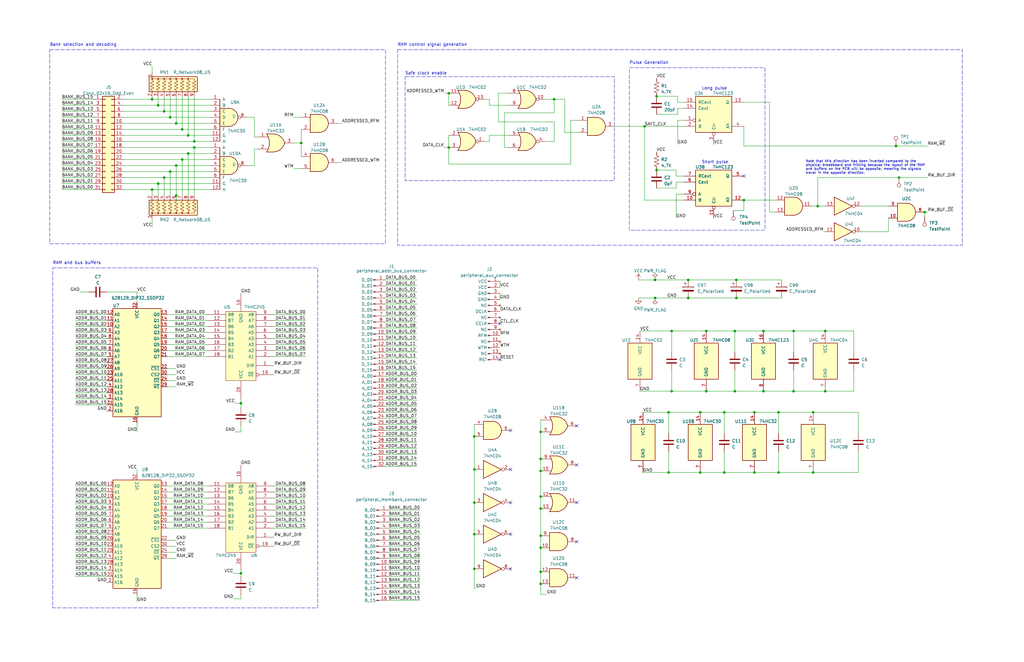
<source format=kicad_sch>
(kicad_sch (version 20230121) (generator eeschema)
  (paper "B")
  (bus_alias "BANK_BUS" (members "BANK_BUS_00" "BANK_BUS_01" "BANK_BUS_02" "BANK_BUS_03" "BANK_BUS_04" "BANK_BUS_05" "BANK_BUS_06" "BANK_BUS_07" "BANK_BUS_08" "BANK_BUS_09" "BANK_BUS_10" "BANK_BUS_11" "BANK_BUS_12" "BANK_BUS_13" "BANK_BUS_14" "BANK_BUS_15"))
  (bus_alias "ADDR_BUS" (members "ADDR_BUS_00" "ADDR_BUS_01" "ADDR_BUS_02" "ADDR_BUS_03" "ADDR_BUS_04" "ADDR_BUS_05" "ADDR_BUS_06" "ADDR_BUS_07" "ADDR_BUS_08" "ADDR_BUS_09" "ADDR_BUS_10" "ADDR_BUS_11" "ADDR_BUS_12" "ADDR_BUS_13" "ADDR_BUS_14" "ADDR_BUS_15"))
  (bus_alias "DATA_BUS" (members "DATA_BUS_00" "DATA_BUS_01" "DATA_BUS_02" "DATA_BUS_03" "DATA_BUS_04" "DATA_BUS_05" "DATA_BUS_06" "DATA_BUS_07" "DATA_BUS_08" "DATA_BUS_09" "DATA_BUS_10" "DATA_BUS_11" "DATA_BUS_12" "DATA_BUS_13" "DATA_BUS_14" "DATA_BUS_15"))
  (junction (at 69.215 74.93))
  (junction (at 189.23 39.37))
  (junction (at 310.515 125.73))
  (junction (at 81.915 59.69))
  (junction (at 334.645 139.7))
  (junction (at 283.21 139.7))
  (junction (at 290.195 118.11))
  (junction (at 227.965 182.245))
  (junction (at 379.095 74.93))
  (junction (at 200.025 240.03))
  (junction (at 71.755 72.39))
  (junction (at 227.965 241.3))
  (junction (at 76.835 67.31))
  (junction (at 71.755 49.53))
  (junction (at 283.21 165.1))
  (junction (at 321.945 165.1))
  (junction (at 342.9 173.99))
  (junction (at 389.89 89.535))
  (junction (at 328.295 199.39))
  (junction (at 101.6 170.18))
  (junction (at 297.815 139.7))
  (junction (at 74.295 69.85))
  (junction (at 309.88 165.1))
  (junction (at 310.515 118.11))
  (junction (at 276.86 71.755))
  (junction (at 313.69 84.455))
  (junction (at 227.965 198.755))
  (junction (at 305.435 199.39))
  (junction (at 64.135 80.01))
  (junction (at 200.025 212.09))
  (junction (at 276.86 40.64))
  (junction (at 64.135 41.91))
  (junction (at 276.225 125.73))
  (junction (at 227.965 246.38))
  (junction (at 377.825 61.595))
  (junction (at 328.295 173.99))
  (junction (at 309.88 139.7))
  (junction (at 233.68 41.91))
  (junction (at 347.98 139.7))
  (junction (at 227.965 209.55))
  (junction (at 66.675 77.47))
  (junction (at 344.805 86.995))
  (junction (at 318.135 173.99))
  (junction (at 334.645 165.1))
  (junction (at 79.375 64.77))
  (junction (at 295.275 173.99))
  (junction (at 281.94 199.39))
  (junction (at 189.23 62.23))
  (junction (at 76.835 54.61))
  (junction (at 227.965 193.675))
  (junction (at 281.94 173.99))
  (junction (at 318.135 199.39))
  (junction (at 227.965 214.63))
  (junction (at 74.295 52.07))
  (junction (at 200.025 198.12))
  (junction (at 81.915 62.23))
  (junction (at 101.6 241.935))
  (junction (at 69.215 46.99))
  (junction (at 227.965 231.14))
  (junction (at 79.375 57.15))
  (junction (at 290.195 125.73))
  (junction (at 227.965 226.06))
  (junction (at 74.295 82.55))
  (junction (at 127 60.325))
  (junction (at 297.815 165.1))
  (junction (at 66.675 44.45))
  (junction (at 347.98 165.1))
  (junction (at 321.945 139.7))
  (junction (at 200.025 225.425))
  (junction (at 342.9 199.39))
  (junction (at 295.275 199.39))
  (junction (at 305.435 173.99))
  (junction (at 271.78 53.34))
  (junction (at 276.225 118.11))
  (junction (at 200.025 184.15))
  (no_connect (at 313.69 74.295))
  (no_connect (at 243.205 243.84))
  (no_connect (at 215.265 212.09))
  (no_connect (at 215.265 225.425))
  (no_connect (at 243.205 196.215))
  (no_connect (at 210.82 136.525))
  (no_connect (at 243.205 179.705))
  (no_connect (at 215.265 198.12))
  (no_connect (at 215.265 181.61))
  (no_connect (at 243.205 212.09))
  (no_connect (at 210.82 151.765))
  (no_connect (at 243.205 228.6))
  (no_connect (at 215.265 240.03))
  (wire (pts (xy 79.375 64.77) (xy 79.375 82.55)))
  (wire (pts (xy 288.29 81.915) (xy 285.115 81.915)))
  (wire (pts (xy 163.83 238.125) (xy 177.165 238.125)))
  (wire (pts (xy 26.035 64.77) (xy 39.37 64.77)))
  (wire (pts (xy 52.07 41.91) (xy 64.135 41.91)))
  (wire (pts (xy 227.965 209.55) (xy 227.965 214.63)))
  (wire (pts (xy 204.47 41.91) (xy 206.375 41.91)))
  (wire (pts (xy 361.95 199.39) (xy 342.9 199.39)))
  (wire (pts (xy 305.435 199.39) (xy 295.275 199.39)))
  (wire (pts (xy 288.29 50.8) (xy 285.75 50.8)))
  (wire (pts (xy 128.905 210.185) (xy 115.57 210.185)))
  (wire (pts (xy 128.905 132.715) (xy 115.57 132.715)))
  (wire (pts (xy 276.86 48.26) (xy 285.75 48.26)))
  (wire (pts (xy 45.085 225.425) (xy 31.75 225.425)))
  (wire (pts (xy 76.835 40.64) (xy 76.835 54.61)))
  (wire (pts (xy 128.905 140.335) (xy 115.57 140.335)))
  (wire (pts (xy 206.375 44.45) (xy 214.63 44.45)))
  (wire (pts (xy 227.965 226.06) (xy 227.965 231.14)))
  (wire (pts (xy 45.085 155.575) (xy 31.75 155.575)))
  (wire (pts (xy 70.485 215.265) (xy 87.63 215.265)))
  (wire (pts (xy 227.965 250.825) (xy 230.505 250.825)))
  (wire (pts (xy 64.135 80.01) (xy 88.9 80.01)))
  (wire (pts (xy 70.485 212.725) (xy 87.63 212.725)))
  (wire (pts (xy 163.83 220.345) (xy 177.165 220.345)))
  (wire (pts (xy 162.56 130.81) (xy 175.895 130.81)))
  (wire (pts (xy 210.82 118.745) (xy 210.82 121.285)))
  (wire (pts (xy 271.145 199.39) (xy 281.94 199.39)))
  (wire (pts (xy 70.485 233.045) (xy 74.295 233.045)))
  (wire (pts (xy 162.56 176.53) (xy 175.895 176.53)))
  (wire (pts (xy 313.69 61.595) (xy 313.69 53.34)))
  (wire (pts (xy 70.485 135.255) (xy 87.63 135.255)))
  (wire (pts (xy 162.56 143.51) (xy 175.895 143.51)))
  (wire (pts (xy 200.025 240.03) (xy 200.025 248.285)))
  (wire (pts (xy 128.905 215.265) (xy 115.57 215.265)))
  (wire (pts (xy 229.87 59.69) (xy 233.68 59.69)))
  (wire (pts (xy 283.21 139.7) (xy 297.815 139.7)))
  (wire (pts (xy 206.375 41.91) (xy 206.375 44.45)))
  (wire (pts (xy 70.485 230.505) (xy 74.295 230.505)))
  (wire (pts (xy 334.645 156.21) (xy 334.645 165.1)))
  (wire (pts (xy 238.125 41.91) (xy 238.125 55.88)))
  (wire (pts (xy 69.215 40.64) (xy 69.215 46.99)))
  (wire (pts (xy 108.585 62.865) (xy 107.315 62.865)))
  (wire (pts (xy 281.94 190.5) (xy 281.94 199.39)))
  (wire (pts (xy 285.75 50.8) (xy 285.75 60.96)))
  (wire (pts (xy 127 60.325) (xy 127 66.04)))
  (wire (pts (xy 52.07 46.99) (xy 69.215 46.99)))
  (wire (pts (xy 391.16 61.595) (xy 377.825 61.595)))
  (wire (pts (xy 81.915 62.23) (xy 81.915 82.55)))
  (wire (pts (xy 163.83 243.205) (xy 177.165 243.205)))
  (wire (pts (xy 66.675 77.47) (xy 66.675 82.55)))
  (wire (pts (xy 162.56 179.07) (xy 175.895 179.07)))
  (wire (pts (xy 45.085 137.795) (xy 31.75 137.795)))
  (wire (pts (xy 31.75 205.105) (xy 45.085 205.105)))
  (wire (pts (xy 45.085 150.495) (xy 31.75 150.495)))
  (wire (pts (xy 321.945 139.7) (xy 334.645 139.7)))
  (wire (pts (xy 45.085 142.875) (xy 31.75 142.875)))
  (wire (pts (xy 305.435 190.5) (xy 305.435 199.39)))
  (wire (pts (xy 360.045 165.1) (xy 360.045 156.21)))
  (wire (pts (xy 70.485 155.575) (xy 74.295 155.575)))
  (wire (pts (xy 163.83 240.665) (xy 177.165 240.665)))
  (wire (pts (xy 233.68 59.69) (xy 233.68 51.435)))
  (wire (pts (xy 162.56 138.43) (xy 175.895 138.43)))
  (wire (pts (xy 310.515 125.73) (xy 329.565 125.73)))
  (wire (pts (xy 334.645 139.7) (xy 347.98 139.7)))
  (wire (pts (xy 107.315 69.85) (xy 104.14 69.85)))
  (wire (pts (xy 259.08 53.34) (xy 271.78 53.34)))
  (wire (pts (xy 45.085 238.125) (xy 31.75 238.125)))
  (wire (pts (xy 162.56 163.83) (xy 175.895 163.83)))
  (wire (pts (xy 269.24 118.11) (xy 276.225 118.11)))
  (wire (pts (xy 74.295 40.64) (xy 74.295 52.07)))
  (wire (pts (xy 269.875 165.1) (xy 283.21 165.1)))
  (wire (pts (xy 297.815 165.1) (xy 309.88 165.1)))
  (wire (pts (xy 162.56 194.31) (xy 175.895 194.31)))
  (wire (pts (xy 45.085 168.275) (xy 31.75 168.275)))
  (wire (pts (xy 52.07 49.53) (xy 71.755 49.53)))
  (wire (pts (xy 233.68 47.625) (xy 212.725 47.625)))
  (wire (pts (xy 200.025 184.15) (xy 200.025 198.12)))
  (wire (pts (xy 281.94 199.39) (xy 295.275 199.39)))
  (wire (pts (xy 310.515 118.11) (xy 329.565 118.11)))
  (wire (pts (xy 98.425 241.935) (xy 101.6 241.935)))
  (wire (pts (xy 101.6 182.245) (xy 99.06 182.245)))
  (wire (pts (xy 26.035 54.61) (xy 39.37 54.61)))
  (wire (pts (xy 57.785 123.19) (xy 45.085 123.19)))
  (wire (pts (xy 70.485 217.805) (xy 87.63 217.805)))
  (wire (pts (xy 204.47 59.69) (xy 206.375 59.69)))
  (wire (pts (xy 76.835 54.61) (xy 88.9 54.61)))
  (wire (pts (xy 200.025 179.07) (xy 200.025 184.15)))
  (wire (pts (xy 162.56 184.15) (xy 175.895 184.15)))
  (wire (pts (xy 128.905 147.955) (xy 115.57 147.955)))
  (wire (pts (xy 163.83 222.885) (xy 177.165 222.885)))
  (wire (pts (xy 101.6 170.18) (xy 101.6 168.275)))
  (wire (pts (xy 162.56 189.23) (xy 175.895 189.23)))
  (wire (pts (xy 162.56 146.05) (xy 175.895 146.05)))
  (wire (pts (xy 163.83 215.265) (xy 177.165 215.265)))
  (wire (pts (xy 363.22 97.79) (xy 374.65 97.79)))
  (wire (pts (xy 69.215 74.93) (xy 88.9 74.93)))
  (wire (pts (xy 64.135 80.01) (xy 64.135 82.55)))
  (wire (pts (xy 64.135 92.71) (xy 64.135 95.885)))
  (wire (pts (xy 70.485 142.875) (xy 87.63 142.875)))
  (wire (pts (xy 128.905 145.415) (xy 115.57 145.415)))
  (wire (pts (xy 324.485 89.535) (xy 327.025 89.535)))
  (wire (pts (xy 313.69 88.9) (xy 313.69 84.455)))
  (wire (pts (xy 200.025 198.12) (xy 200.025 212.09)))
  (wire (pts (xy 26.035 62.23) (xy 39.37 62.23)))
  (wire (pts (xy 334.645 139.7) (xy 334.645 148.59)))
  (wire (pts (xy 344.805 86.995) (xy 347.98 86.995)))
  (wire (pts (xy 33.655 123.19) (xy 37.465 123.19)))
  (wire (pts (xy 360.045 139.7) (xy 347.98 139.7)))
  (wire (pts (xy 321.945 165.1) (xy 334.645 165.1)))
  (wire (pts (xy 101.6 170.18) (xy 101.6 172.085)))
  (wire (pts (xy 81.915 40.64) (xy 81.915 59.69)))
  (wire (pts (xy 74.295 85.09) (xy 74.295 82.55)))
  (wire (pts (xy 189.23 69.215) (xy 240.665 69.215)))
  (wire (pts (xy 313.69 43.18) (xy 324.485 43.18)))
  (wire (pts (xy 70.485 210.185) (xy 87.63 210.185)))
  (wire (pts (xy 26.035 52.07) (xy 39.37 52.07)))
  (wire (pts (xy 52.07 69.85) (xy 74.295 69.85)))
  (wire (pts (xy 233.68 41.91) (xy 238.125 41.91)))
  (wire (pts (xy 101.6 241.935) (xy 101.6 243.205)))
  (wire (pts (xy 342.9 199.39) (xy 328.295 199.39)))
  (wire (pts (xy 189.23 39.37) (xy 189.23 44.45)))
  (wire (pts (xy 389.89 89.535) (xy 391.16 89.535)))
  (wire (pts (xy 229.87 41.91) (xy 233.68 41.91)))
  (wire (pts (xy 104.14 49.53) (xy 107.315 49.53)))
  (wire (pts (xy 288.29 84.455) (xy 271.78 84.455)))
  (wire (pts (xy 66.675 77.47) (xy 52.07 77.47)))
  (wire (pts (xy 162.56 118.11) (xy 175.895 118.11)))
  (wire (pts (xy 271.145 173.99) (xy 281.94 173.99)))
  (wire (pts (xy 227.965 182.245) (xy 227.965 193.675)))
  (wire (pts (xy 276.86 79.375) (xy 285.115 79.375)))
  (wire (pts (xy 283.21 156.21) (xy 283.21 165.1)))
  (wire (pts (xy 305.435 173.99) (xy 318.135 173.99)))
  (wire (pts (xy 163.83 245.745) (xy 177.165 245.745)))
  (wire (pts (xy 57.785 127.635) (xy 57.785 123.19)))
  (wire (pts (xy 309.245 88.9) (xy 313.69 88.9)))
  (wire (pts (xy 363.22 86.995) (xy 374.65 86.995)))
  (wire (pts (xy 163.83 233.045) (xy 177.165 233.045)))
  (wire (pts (xy 377.825 61.595) (xy 313.69 61.595)))
  (wire (pts (xy 328.295 173.99) (xy 342.9 173.99)))
  (wire (pts (xy 71.755 49.53) (xy 88.9 49.53)))
  (wire (pts (xy 26.035 80.01) (xy 39.37 80.01)))
  (wire (pts (xy 128.905 207.645) (xy 115.57 207.645)))
  (wire (pts (xy 26.035 49.53) (xy 39.37 49.53)))
  (wire (pts (xy 107.315 57.785) (xy 108.585 57.785)))
  (wire (pts (xy 189.23 57.15) (xy 189.23 62.23)))
  (wire (pts (xy 52.07 44.45) (xy 66.675 44.45)))
  (wire (pts (xy 70.485 132.715) (xy 87.63 132.715)))
  (wire (pts (xy 52.07 54.61) (xy 76.835 54.61)))
  (wire (pts (xy 128.905 137.795) (xy 115.57 137.795)))
  (wire (pts (xy 162.56 120.65) (xy 175.895 120.65)))
  (wire (pts (xy 162.56 166.37) (xy 175.895 166.37)))
  (wire (pts (xy 328.295 190.5) (xy 328.295 199.39)))
  (wire (pts (xy 66.675 44.45) (xy 88.9 44.45)))
  (wire (pts (xy 142.24 68.58) (xy 144.145 68.58)))
  (wire (pts (xy 45.085 145.415) (xy 31.75 145.415)))
  (wire (pts (xy 70.485 235.585) (xy 74.295 235.585)))
  (wire (pts (xy 52.07 59.69) (xy 81.915 59.69)))
  (wire (pts (xy 70.485 147.955) (xy 87.63 147.955)))
  (wire (pts (xy 162.56 171.45) (xy 175.895 171.45)))
  (wire (pts (xy 101.6 179.705) (xy 101.6 182.245)))
  (wire (pts (xy 52.07 62.23) (xy 81.915 62.23)))
  (wire (pts (xy 71.755 72.39) (xy 88.9 72.39)))
  (wire (pts (xy 45.085 165.735) (xy 31.75 165.735)))
  (wire (pts (xy 283.21 139.7) (xy 283.21 148.59)))
  (wire (pts (xy 26.035 44.45) (xy 39.37 44.45)))
  (wire (pts (xy 70.485 140.335) (xy 87.63 140.335)))
  (wire (pts (xy 162.56 156.21) (xy 175.895 156.21)))
  (wire (pts (xy 347.98 165.1) (xy 360.045 165.1)))
  (wire (pts (xy 71.755 40.64) (xy 71.755 49.53)))
  (wire (pts (xy 66.675 40.64) (xy 66.675 44.45)))
  (wire (pts (xy 52.07 74.93) (xy 69.215 74.93)))
  (wire (pts (xy 276.225 125.73) (xy 290.195 125.73)))
  (wire (pts (xy 281.94 173.99) (xy 281.94 182.88)))
  (wire (pts (xy 70.485 145.415) (xy 87.63 145.415)))
  (wire (pts (xy 227.965 214.63) (xy 227.965 226.06)))
  (wire (pts (xy 123.825 49.53) (xy 127 49.53)))
  (wire (pts (xy 379.095 74.93) (xy 391.16 74.93)))
  (wire (pts (xy 45.085 207.645) (xy 31.75 207.645)))
  (wire (pts (xy 162.56 158.75) (xy 175.895 158.75)))
  (wire (pts (xy 285.115 79.375) (xy 285.115 76.835)))
  (wire (pts (xy 162.56 151.13) (xy 175.895 151.13)))
  (wire (pts (xy 26.035 67.31) (xy 39.37 67.31)))
  (wire (pts (xy 281.94 173.99) (xy 295.275 173.99)))
  (wire (pts (xy 283.21 165.1) (xy 297.815 165.1)))
  (wire (pts (xy 276.225 118.11) (xy 290.195 118.11)))
  (wire (pts (xy 57.785 250.825) (xy 57.785 254)))
  (wire (pts (xy 123.825 60.325) (xy 127 60.325)))
  (wire (pts (xy 26.035 77.47) (xy 39.37 77.47)))
  (wire (pts (xy 162.56 123.19) (xy 175.895 123.19)))
  (wire (pts (xy 128.905 217.805) (xy 115.57 217.805)))
  (wire (pts (xy 45.085 227.965) (xy 31.75 227.965)))
  (wire (pts (xy 210.185 39.37) (xy 214.63 39.37)))
  (wire (pts (xy 212.725 47.625) (xy 212.725 62.23)))
  (wire (pts (xy 45.085 153.035) (xy 31.75 153.035)))
  (wire (pts (xy 69.215 74.93) (xy 69.215 82.55)))
  (wire (pts (xy 238.125 55.88) (xy 243.84 55.88)))
  (wire (pts (xy 200.025 225.425) (xy 200.025 240.03)))
  (wire (pts (xy 334.645 165.1) (xy 347.98 165.1)))
  (wire (pts (xy 45.085 147.955) (xy 31.75 147.955)))
  (wire (pts (xy 361.95 190.5) (xy 361.95 199.39)))
  (wire (pts (xy 288.29 74.295) (xy 285.115 74.295)))
  (wire (pts (xy 374.65 97.79) (xy 374.65 92.075)))
  (wire (pts (xy 324.485 43.18) (xy 324.485 89.535)))
  (wire (pts (xy 74.295 69.85) (xy 88.9 69.85)))
  (wire (pts (xy 233.68 41.91) (xy 233.68 47.625)))
  (wire (pts (xy 26.035 46.99) (xy 39.37 46.99)))
  (wire (pts (xy 233.68 51.435) (xy 210.185 51.435)))
  (wire (pts (xy 210.82 123.825) (xy 210.82 126.365)))
  (wire (pts (xy 52.07 52.07) (xy 74.295 52.07)))
  (wire (pts (xy 128.905 150.495) (xy 115.57 150.495)))
  (wire (pts (xy 285.115 81.915) (xy 285.115 92.075)))
  (wire (pts (xy 123.825 71.12) (xy 127 71.12)))
  (wire (pts (xy 389.89 89.535) (xy 389.89 91.44)))
  (wire (pts (xy 69.215 46.99) (xy 88.9 46.99)))
  (wire (pts (xy 98.425 252.73) (xy 101.6 252.73)))
  (wire (pts (xy 45.085 170.815) (xy 31.75 170.815)))
  (wire (pts (xy 318.135 173.99) (xy 328.295 173.99)))
  (wire (pts (xy 70.485 222.885) (xy 87.63 222.885)))
  (wire (pts (xy 162.56 161.29) (xy 175.895 161.29)))
  (wire (pts (xy 79.375 64.77) (xy 88.9 64.77)))
  (wire (pts (xy 45.085 217.805) (xy 31.75 217.805)))
  (wire (pts (xy 45.085 163.195) (xy 31.75 163.195)))
  (wire (pts (xy 187.325 62.23) (xy 189.23 62.23)))
  (wire (pts (xy 206.375 59.69) (xy 206.375 57.15)))
  (wire (pts (xy 74.295 52.07) (xy 88.9 52.07)))
  (wire (pts (xy 227.965 246.38) (xy 227.965 250.825)))
  (wire (pts (xy 285.115 76.835) (xy 288.29 76.835)))
  (wire (pts (xy 285.115 74.295) (xy 285.115 71.755)))
  (wire (pts (xy 57.785 198.12) (xy 57.785 200.025)))
  (wire (pts (xy 101.6 252.73) (xy 101.6 250.825)))
  (wire (pts (xy 45.085 220.345) (xy 31.75 220.345)))
  (wire (pts (xy 45.085 215.265) (xy 31.75 215.265)))
  (wire (pts (xy 212.725 62.23) (xy 214.63 62.23)))
  (wire (pts (xy 128.905 135.255) (xy 115.57 135.255)))
  (wire (pts (xy 288.29 43.18) (xy 285.75 43.18)))
  (wire (pts (xy 45.085 135.255) (xy 31.75 135.255)))
  (wire (pts (xy 45.085 160.655) (xy 31.75 160.655)))
  (wire (pts (xy 88.9 77.47) (xy 66.675 77.47)))
  (wire (pts (xy 189.23 62.23) (xy 189.23 69.215)))
  (wire (pts (xy 64.135 27.94) (xy 64.135 30.48)))
  (wire (pts (xy 162.56 140.97) (xy 175.895 140.97)))
  (wire (pts (xy 271.78 84.455) (xy 271.78 53.34)))
  (wire (pts (xy 127 60.325) (xy 127 54.61)))
  (wire (pts (xy 74.295 69.85) (xy 74.295 82.55)))
  (wire (pts (xy 45.085 210.185) (xy 31.75 210.185)))
  (wire (pts (xy 285.115 71.755) (xy 276.86 71.755)))
  (wire (pts (xy 128.905 212.725) (xy 115.57 212.725)))
  (wire (pts (xy 70.485 158.115) (xy 74.295 158.115)))
  (wire (pts (xy 107.315 49.53) (xy 107.315 57.785)))
  (wire (pts (xy 128.905 142.875) (xy 115.57 142.875)))
  (wire (pts (xy 26.035 59.69) (xy 39.37 59.69)))
  (wire (pts (xy 128.905 220.345) (xy 115.57 220.345)))
  (wire (pts (xy 162.56 191.77) (xy 175.895 191.77)))
  (wire (pts (xy 163.83 230.505) (xy 177.165 230.505)))
  (wire (pts (xy 290.195 118.11) (xy 310.515 118.11)))
  (wire (pts (xy 26.035 69.85) (xy 39.37 69.85)))
  (wire (pts (xy 162.56 148.59) (xy 175.895 148.59)))
  (wire (pts (xy 309.88 139.7) (xy 309.88 148.59)))
  (wire (pts (xy 309.88 139.7) (xy 321.945 139.7)))
  (wire (pts (xy 128.905 222.885) (xy 115.57 222.885)))
  (wire (pts (xy 318.135 199.39) (xy 305.435 199.39)))
  (wire (pts (xy 70.485 207.645) (xy 87.63 207.645)))
  (wire (pts (xy 76.835 67.31) (xy 76.835 82.55)))
  (wire (pts (xy 276.86 40.64) (xy 285.75 40.64)))
  (wire (pts (xy 70.485 163.195) (xy 74.295 163.195)))
  (wire (pts (xy 162.56 168.91) (xy 175.895 168.91)))
  (wire (pts (xy 79.375 40.64) (xy 79.375 57.15)))
  (wire (pts (xy 81.915 62.23) (xy 88.9 62.23)))
  (wire (pts (xy 200.025 212.09) (xy 200.025 225.425)))
  (wire (pts (xy 162.56 153.67) (xy 175.895 153.67)))
  (wire (pts (xy 227.965 241.3) (xy 227.965 246.38)))
  (wire (pts (xy 70.485 160.655) (xy 74.295 160.655)))
  (wire (pts (xy 162.56 128.27) (xy 175.895 128.27)))
  (wire (pts (xy 162.56 186.69) (xy 175.895 186.69)))
  (wire (pts (xy 57.785 178.435) (xy 57.785 182.245)))
  (wire (pts (xy 285.75 48.26) (xy 285.75 45.72)))
  (wire (pts (xy 347.98 97.79) (xy 347.345 97.79)))
  (wire (pts (xy 45.085 240.665) (xy 31.75 240.665)))
  (wire (pts (xy 45.085 140.335) (xy 31.75 140.335)))
  (wire (pts (xy 64.135 40.64) (xy 64.135 41.91)))
  (wire (pts (xy 328.295 199.39) (xy 318.135 199.39)))
  (wire (pts (xy 163.83 250.825) (xy 177.165 250.825)))
  (wire (pts (xy 328.295 173.99) (xy 328.295 182.88)))
  (wire (pts (xy 26.035 41.91) (xy 39.37 41.91)))
  (wire (pts (xy 45.085 222.885) (xy 31.75 222.885)))
  (wire (pts (xy 64.135 41.91) (xy 88.9 41.91)))
  (wire (pts (xy 162.56 196.85) (xy 175.895 196.85)))
  (wire (pts (xy 163.83 248.285) (xy 177.165 248.285)))
  (wire (pts (xy 210.185 51.435) (xy 210.185 39.37)))
  (wire (pts (xy 107.315 62.865) (xy 107.315 69.85)))
  (wire (pts (xy 290.195 125.73) (xy 310.515 125.73)))
  (wire (pts (xy 227.965 231.14) (xy 227.965 241.3)))
  (wire (pts (xy 26.035 74.93) (xy 39.37 74.93)))
  (wire (pts (xy 52.07 80.01) (xy 64.135 80.01)))
  (wire (pts (xy 76.835 67.31) (xy 88.9 67.31)))
  (wire (pts (xy 45.085 233.045) (xy 31.75 233.045)))
  (wire (pts (xy 70.485 137.795) (xy 87.63 137.795)))
  (wire (pts (xy 45.085 235.585) (xy 31.75 235.585)))
  (wire (pts (xy 70.485 205.105) (xy 87.63 205.105)))
  (wire (pts (xy 162.56 135.89) (xy 175.895 135.89)))
  (wire (pts (xy 163.83 227.965) (xy 177.165 227.965)))
  (wire (pts (xy 361.95 173.99) (xy 361.95 182.88)))
  (wire (pts (xy 227.965 198.755) (xy 227.965 209.55)))
  (wire (pts (xy 162.56 181.61) (xy 175.895 181.61)))
  (wire (pts (xy 70.485 220.345) (xy 87.63 220.345)))
  (wire (pts (xy 45.085 230.505) (xy 31.75 230.505)))
  (wire (pts (xy 163.83 225.425) (xy 177.165 225.425)))
  (wire (pts (xy 313.69 84.455) (xy 327.025 84.455)))
  (wire (pts (xy 128.905 205.105) (xy 115.57 205.105)))
  (wire (pts (xy 163.83 217.805) (xy 177.165 217.805)))
  (wire (pts (xy 295.275 173.99) (xy 305.435 173.99)))
  (wire (pts (xy 45.085 212.725) (xy 31.75 212.725)))
  (wire (pts (xy 240.665 50.8) (xy 243.84 50.8)))
  (wire (pts (xy 81.915 59.69) (xy 88.9 59.69)))
  (wire (pts (xy 26.035 72.39) (xy 39.37 72.39)))
  (wire (pts (xy 285.75 45.72) (xy 288.29 45.72)))
  (wire (pts (xy 227.965 193.675) (xy 227.965 198.755)))
  (wire (pts (xy 162.56 125.73) (xy 175.895 125.73)))
  (wire (pts (xy 163.83 235.585) (xy 177.165 235.585)))
  (wire (pts (xy 45.085 158.115) (xy 31.75 158.115)))
  (wire (pts (xy 227.965 177.165) (xy 227.965 182.245)))
  (wire (pts (xy 52.07 67.31) (xy 76.835 67.31)))
  (wire (pts (xy 342.9 173.99) (xy 361.95 173.99)))
  (wire (pts (xy 162.56 173.99) (xy 175.895 173.99)))
  (wire (pts (xy 99.06 170.18) (xy 101.6 170.18)))
  (wire (pts (xy 31.75 132.715) (xy 45.085 132.715)))
  (wire (pts (xy 142.24 52.07) (xy 144.145 52.07)))
  (wire (pts (xy 187.325 39.37) (xy 189.23 39.37)))
  (wire (pts (xy 70.485 150.495) (xy 87.63 150.495)))
  (wire (pts (xy 45.085 243.205) (xy 31.75 243.205)))
  (wire (pts (xy 52.07 64.77) (xy 79.375 64.77)))
  (wire (pts (xy 206.375 57.15) (xy 214.63 57.15)))
  (wire (pts (xy 52.07 72.39) (xy 71.755 72.39)))
  (wire (pts (xy 162.56 133.35) (xy 175.895 133.35)))
  (wire (pts (xy 309.88 156.21) (xy 309.88 165.1)))
  (wire (pts (xy 269.24 125.73) (xy 276.225 125.73)))
  (wire (pts (xy 297.815 139.7) (xy 309.88 139.7)))
  (wire (pts (xy 344.805 74.93) (xy 344.805 86.995)))
  (wire (pts (xy 271.78 53.34) (xy 288.29 53.34)))
  (wire (pts (xy 309.88 165.1) (xy 321.945 165.1)))
  (wire (pts (xy 79.375 57.15) (xy 88.9 57.15)))
  (wire (pts (xy 52.07 57.15) (xy 79.375 57.15)))
  (wire (pts (xy 360.045 148.59) (xy 360.045 139.7)))
  (wire (pts (xy 285.75 43.18) (xy 285.75 40.64)))
  (wire (pts (xy 163.83 253.365) (xy 177.165 253.365)))
  (wire (pts (xy 71.755 72.39) (xy 71.755 82.55)))
  (wire (pts (xy 240.665 69.215) (xy 240.665 50.8)))
  (wire (pts (xy 305.435 173.99) (xy 305.435 182.88)))
  (wire (pts (xy 269.875 139.7) (xy 283.21 139.7)))
  (wire (pts (xy 70.485 227.965) (xy 74.295 227.965)))
  (wire (pts (xy 26.035 57.15) (xy 39.37 57.15)))
  (wire (pts (xy 344.805 86.995) (xy 342.265 86.995)))
  (wire (pts (xy 200.025 248.285) (xy 200.66 248.285)))
  (wire (pts (xy 344.805 74.93) (xy 379.095 74.93)))
  (wire (pts (xy 101.6 240.665) (xy 101.6 241.935)))
  (rectangle (start 20.955 20.955) (end 162.56 102.87) (stroke (width 0) (type dash)))
  (rectangle (start 22.225 113.03) (end 133.985 256.54) (stroke (width 0) (type dash)))
  (rectangle (start 167.64 20.955) (end 405.765 103.505) (stroke (width 0) (type dash)))
  (rectangle (start 170.815 32.385) (end 259.08 76.2) (stroke (width 0) (type dash)))
  (rectangle (start 265.43 28.575) (end 322.58 97.155) (stroke (width 0) (type dash)))
  (text "Note that this direction has been inverted compared to the\nphysical breadboard and fritzing because the layout of the RAM\nand buffers on the PCB will be opposite, meaning the signals\ntravel in the opposite direction." (at 339.725 73.66 0) (effects (font (size 1.016 1.016)) (justify left bottom)))
  (text "RAM control signal generation" (at 167.64 19.685 0) (effects (font (size 1.27 1.27)) (justify left bottom)))
  (text "Safe clock enable" (at 170.815 31.75 0) (effects (font (size 1.27 1.27)) (justify left bottom)))
  (text "Short pulse" (at 295.91 69.215 0) (effects (font (size 1.27 1.27)) (justify left bottom)))
  (text "Pulse Generation" (at 265.43 27.305 0) (effects (font (size 1.27 1.27)) (justify left bottom)))
  (text "Bank selection and decoding" (at 20.955 19.685 0) (effects (font (size 1.27 1.27)) (justify left bottom)))
  (text "Long pulse" (at 295.91 38.1 0) (effects (font (size 1.27 1.27)) (justify left bottom)))
  (text "RAM and bus buffers" (at 22.225 111.76 0) (effects (font (size 1.27 1.27)) (justify left bottom)))
  (label "RAM_DATA_08" (at 73.025 205.105 0))
  (label "BANK_BUS_07" (at 26.035 62.23 0))
  (label "BANK_BUS_11" (at 163.83 243.205 0))
  (label "VCC" (at 64.135 95.885 180))
  (label "BANK_BUS_00" (at 163.83 215.265 0))
  (label "ADDR_BUS_08" (at 162.56 179.07 0))
  (label "BANK_BUS_09" (at 163.83 238.125 0))
  (label "BANK_BUS_15" (at 26.035 41.91 0))
  (label "BANK_BUS_04" (at 163.83 225.425 0))
  (label "DATA_BUS_00" (at 162.56 118.11 0))
  (label "DATA_BUS_10" (at 128.905 210.185 180))
  (label "GND" (at 33.655 123.19 180))
  (label "ADDR_BUS_10" (at 45.085 158.115 180))
  (label "DATA_BUS_08" (at 128.905 205.105 180))
  (label "WTM" (at 123.825 71.12 180))
  (label "ADDR_BUS_03" (at 162.56 166.37 0))
  (label "DATA_BUS_03" (at 128.905 140.335 180))
  (label "BANK_BUS_15" (at 163.83 253.365 0))
  (label "ADDRESSED_WTM" (at 187.325 39.37 180))
  (label "ADDR_BUS_01" (at 45.085 207.645 180))
  (label "RESET" (at 210.82 151.765 0))
  (label "RFM" (at 123.825 49.53 180))
  (label "RAM_DATA_09" (at 73.025 207.645 0))
  (label "DATA_BUS_06" (at 162.56 133.35 0))
  (label "RAM_DATA_13" (at 73.025 217.805 0))
  (label "DATA_BUS_02" (at 162.56 123.19 0))
  (label "ADDR_BUS_07" (at 45.085 150.495 180))
  (label "DATA_BUS_03" (at 162.56 125.73 0))
  (label "RAM_DATA_12" (at 73.025 215.265 0))
  (label "DATA_BUS_01" (at 128.905 135.255 180))
  (label "DATA_CLK" (at 210.82 131.445 0))
  (label "ADDR_BUS_07" (at 162.56 176.53 0))
  (label "DATA_BUS_04" (at 162.56 128.27 0))
  (label "ADDR_BUS_11" (at 45.085 233.045 180))
  (label "DATA_BUS_12" (at 128.905 215.265 180))
  (label "RAM_DATA_14" (at 73.025 220.345 0))
  (label "GND" (at 45.085 245.745 180))
  (label "ADDR_BUS_07" (at 45.085 222.885 180))
  (label "ADDR_BUS_01" (at 45.085 135.255 180))
  (label "ADDR_BUS_15" (at 162.56 196.85 0))
  (label "BANK_BUS_11" (at 26.035 52.07 0))
  (label "ADDR_BUS_11" (at 45.085 160.655 180))
  (label "BANK_BUS_07" (at 163.83 233.045 0))
  (label "DATA_BUS_07" (at 128.905 150.495 180))
  (label "DATA_BUS_13" (at 162.56 151.13 0))
  (label "ADDR_BUS_00" (at 31.75 132.715 0))
  (label "DATA_BUS_09" (at 162.56 140.97 0))
  (label "ADDR_BUS_15" (at 45.085 243.205 180))
  (label "BANK_BUS_10" (at 163.83 240.665 0))
  (label "VCC" (at 300.99 92.075 0))
  (label "ADDR_BUS_05" (at 45.085 145.415 180))
  (label "ADDR_BUS_04" (at 45.085 215.265 180))
  (label "DATA_CLK" (at 187.325 62.23 180))
  (label "DATA_BUS_04" (at 128.905 142.875 180))
  (label "BANK_BUS_05" (at 163.83 227.965 0))
  (label "ADDRESSED_RFM" (at 347.345 97.79 180))
  (label "DATA_BUS_10" (at 162.56 143.51 0))
  (label "RAM_DATA_04" (at 73.66 142.875 0))
  (label "VCC" (at 57.785 123.19 0))
  (label "BANK_BUS_06" (at 163.83 230.505 0))
  (label "ADDR_BUS_13" (at 45.085 238.125 180))
  (label "ADDR_BUS_02" (at 45.085 137.795 180))
  (label "ADDR_BUS_14" (at 45.085 240.665 180))
  (label "ADDR_BUS_09" (at 45.085 227.965 180))
  (label "GND" (at 74.295 233.045 0))
  (label "DATA_BUS_05" (at 128.905 145.415 180))
  (label "VCC" (at 99.06 170.18 180))
  (label "DATA_BUS_08" (at 162.56 138.43 0))
  (label "ADDR_BUS_03" (at 45.085 140.335 180))
  (label "VCC" (at 281.305 118.11 0))
  (label "BANK_BUS_14" (at 163.83 250.825 0))
  (label "RW_BUF_~{OE}" (at 115.57 230.505 0))
  (label "RAM_DATA_07" (at 73.66 150.495 0))
  (label "RAM_~{WE}" (at 391.16 61.595 0))
  (label "GND" (at 45.085 173.355 180))
  (label "ADDR_BUS_13" (at 45.085 165.735 180))
  (label "DATA_BUS_01" (at 162.56 120.65 0))
  (label "GND" (at 285.115 92.075 0))
  (label "RAM_DATA_01" (at 73.66 135.255 0))
  (label "ADDR_BUS_00" (at 162.56 158.75 0))
  (label "RAM_DATA_06" (at 73.66 147.955 0))
  (label "DATA_BUS_06" (at 128.905 147.955 180))
  (label "GND" (at 230.505 250.825 0))
  (label "ADDR_BUS_00" (at 31.75 205.105 0))
  (label "VCC" (at 98.425 241.935 180))
  (label "ADDR_BUS_10" (at 45.085 230.505 180))
  (label "GND" (at 101.6 123.825 0))
  (label "GND" (at 200.66 248.285 0))
  (label "VCC" (at 300.99 60.96 0))
  (label "BANK_BUS_12" (at 163.83 245.745 0))
  (label "GND" (at 74.295 227.965 0))
  (label "DATA_BUS_12" (at 162.56 148.59 0))
  (label "ADDR_BUS_02" (at 162.56 163.83 0))
  (label "VCC" (at 271.145 173.99 0))
  (label "ADDR_BUS_13" (at 162.56 191.77 0))
  (label "BANK_BUS_08" (at 163.83 235.585 0))
  (label "ADDR_BUS_14" (at 45.085 168.275 180))
  (label "GND" (at 99.06 182.245 180))
  (label "RAM_DATA_15" (at 73.025 222.885 0))
  (label "DATA_BUS_15" (at 128.905 222.885 180))
  (label "CTL_CLK" (at 210.82 136.525 0))
  (label "DATA_BUS_09" (at 128.905 207.645 180))
  (label "ADDR_BUS_03" (at 45.085 212.725 180))
  (label "RAM_~{WE}" (at 74.295 235.585 0))
  (label "ADDR_BUS_11" (at 162.56 186.69 0))
  (label "BANK_BUS_00" (at 26.035 80.01 0))
  (label "BANK_BUS_02" (at 163.83 220.345 0))
  (label "BANK_BUS_06" (at 26.035 64.77 0))
  (label "BANK_BUS_08" (at 26.035 59.69 0))
  (label "GND" (at 281.305 125.73 0))
  (label "WTM" (at 210.82 146.685 0))
  (label "BANK_BUS_02" (at 26.035 74.93 0))
  (label "ADDR_BUS_12" (at 45.085 163.195 180))
  (label "RAM_DATA_03" (at 73.66 140.335 0))
  (label "ADDR_BUS_04" (at 45.085 142.875 180))
  (label "RW_BUF_DIR" (at 391.16 74.93 0))
  (label "RAM_DATA_00" (at 73.66 132.715 0))
  (label "BANK_BUS_01" (at 163.83 217.805 0))
  (label "GND" (at 57.785 254 0))
  (label "VCC" (at 57.785 198.12 180))
  (label "RAM_DATA_10" (at 73.025 210.185 0))
  (label "ADDR_BUS_12" (at 162.56 189.23 0))
  (label "VCC" (at 64.135 27.94 180))
  (label "SAFE_CLK" (at 271.78 53.34 0))
  (label "VCC" (at 276.86 33.02 0))
  (label "BANK_BUS_03" (at 26.035 72.39 0))
  (label "VCC" (at 74.295 158.115 0))
  (label "GND" (at 57.785 182.245 180))
  (label "GND" (at 98.425 252.73 180))
  (label "ADDR_BUS_15" (at 45.085 170.815 180))
  (label "ADDR_BUS_06" (at 162.56 173.99 0))
  (label "ADDR_BUS_06" (at 45.085 147.955 180))
  (label "DATA_BUS_11" (at 162.56 146.05 0))
  (label "ADDR_BUS_08" (at 45.085 153.035 180))
  (label "DATA_BUS_05" (at 162.56 130.81 0))
  (label "VCC" (at 74.295 230.505 0))
  (label "BANK_BUS_12" (at 26.035 49.53 0))
  (label "GND" (at 285.75 60.96 0))
  (label "RFM" (at 210.82 141.605 0))
  (label "BANK_BUS_03" (at 163.83 222.885 0))
  (label "ADDR_BUS_10" (at 162.56 184.15 0))
  (label "GND" (at 271.145 199.39 0))
  (label "BANK_BUS_13" (at 163.83 248.285 0))
  (label "VCC" (at 276.86 64.135 0))
  (label "BANK_BUS_04" (at 26.035 69.85 0))
  (label "ADDRESSED_RFM" (at 144.145 52.07 0))
  (label "ADDR_BUS_14" (at 162.56 194.31 0))
  (label "ADDR_BUS_09" (at 162.56 181.61 0))
  (label "GND" (at 74.295 160.655 0))
  (label "ADDR_BUS_12" (at 45.085 235.585 180))
  (label "ADDR_BUS_05" (at 162.56 171.45 0))
  (label "BANK_BUS_13" (at 26.035 46.99 0))
  (label "VCC" (at 210.82 121.285 0))
  (label "RW_BUF_~{OE}" (at 391.16 89.535 0))
  (label "DATA_BUS_02" (at 128.905 137.795 180))
  (label "DATA_BUS_14" (at 162.56 153.67 0))
  (label "BANK_BUS_10" (at 26.035 54.61 0))
  (label "GND" (at 269.875 165.1 0))
  (label "BANK_BUS_05" (at 26.035 67.31 0))
  (label "ADDR_BUS_06" (at 45.085 220.345 180))
  (label "DATA_BUS_13" (at 128.905 217.805 180))
  (label "RAM_DATA_02" (at 73.66 137.795 0))
  (label "BANK_BUS_09" (at 26.035 57.15 0))
  (label "DATA_BUS_00" (at 128.905 132.715 180))
  (label "ADDR_BUS_04" (at 162.56 168.91 0))
  (label "DATA_BUS_11" (at 128.905 212.725 180))
  (label "RW_BUF_DIR" (at 115.57 154.305 0))
  (label "ADDR_BUS_02" (at 45.085 210.185 180))
  (label "RAM_~{WE}" (at 74.295 163.195 0))
  (label "GND" (at 74.295 155.575 0))
  (label "RAM_DATA_11" (at 73.025 212.725 0))
  (label "DATA_BUS_15" (at 162.56 156.21 0))
  (label "VCC" (at 269.875 139.7 0))
  (label "RW_BUF_~{OE}" (at 115.57 158.115 0))
  (label "RAM_DATA_05" (at 73.66 145.415 0))
  (label "RW_BUF_DIR" (at 115.57 226.695 0))
  (label "BANK_BUS_01" (at 26.035 77.47 0))
  (label "ADDRESSED_WTM" (at 144.145 68.58 0))
  (label "ADDR_BUS_08" (at 45.085 225.425 180))
  (label "GND" (at 210.82 126.365 0))
  (label "GND" (at 101.6 196.215 0))
  (label "DATA_BUS_07" (at 162.56 135.89 0))
  (label "ADDR_BUS_09" (at 45.085 155.575 180))
  (label "BANK_BUS_14" (at 26.035 44.45 0))
  (label "ADDR_BUS_01" (at 162.56 161.29 0))
  (label "ADDR_BUS_05" (at 45.085 217.805 180))
  (label "DATA_BUS_14" (at 128.905 220.345 180))
  (symbol (lib_id "sixteen-bit-computer:74HC30") (at 96.52 69.85 0) (unit 1)
    (property "Reference" "U10" (at 99.06 64.77 0))
    (property "Value" "74HC30" (at 100.33 76.2 0))
    (property "Footprint" "Package_DIP:DIP-14_W7.62mm_Socket" (effects hide))
    (property "Datasheet" "https://www.ti.com/lit/ds/symlink/cd74hc30.pdf" (effects hide))
  )
  (symbol (lib_id "sixteen-bit-computer:74HC08") (at 382.27 89.535 0) (unit 3)
    (property "Reference" "U2" (at 382.27 83.82 0))
    (property "Value" "74HC08" (at 382.27 95.25 0))
    (property "Footprint" "Package_DIP:DIP-14_W7.62mm_Socket" (effects hide))
    (property "Datasheet" "https://www.ti.com/lit/ds/symlink/sn74hc08.pdf" (effects hide))
  )
  (symbol (lib_id "Device:C") (at 328.295 186.69 0) (unit 1)
    (property "Reference" "C12" (at 331.47 186.055 0) (effects (justify left)))
    (property "Value" "C" (at 331.47 188.595 0) (effects (justify left)))
    (property "Footprint" "Capacitor_THT:C_Disc_D5.0mm_W2.5mm_P5.00mm" (effects hide))
  )
  (symbol (lib_id "sixteen-bit-computer:74HC30") (at 295.275 186.69 0) (unit 2)
    (property "Reference" "U10" (at 287.655 177.8 0) (effects (justify left)))
    (property "Value" "74HC30" (at 296.545 177.8 0) (effects (justify left)))
    (property "Footprint" "Package_DIP:DIP-14_W7.62mm_Socket" (effects hide))
    (property "Datasheet" "https://www.ti.com/lit/ds/symlink/cd74hc30.pdf" (effects hide))
  )
  (symbol (lib_id "sixteen-bit-computer:74HC32") (at 116.205 60.325 0) (unit 1)
    (property "Reference" "U11" (at 116.205 52.705 0))
    (property "Value" "74HC32" (at 116.205 55.245 0))
    (property "Footprint" "Package_DIP:DIP-14_W7.62mm_Socket" (effects hide))
    (property "Datasheet" "http://www.ti.com/lit/gpn/sn74LS32" (effects hide))
  )
  (symbol (lib_id "Device:C") (at 276.86 44.45 180) (unit 1)
    (property "Reference" "C1" (at 280.035 43.815 0) (effects (justify right)))
    (property "Value" "20pF" (at 280.035 46.355 0) (effects (justify right)))
    (property "Footprint" "Capacitor_THT:C_Disc_D5.0mm_W2.5mm_P5.00mm" (effects hide))
  )
  (symbol (lib_id "Device:C_Polarized") (at 290.195 121.92 0) (unit 1)
    (property "Reference" "C97" (at 294.005 120.396 0) (effects (justify left)))
    (property "Value" "C_Polarized" (at 294.005 122.936 0) (effects (justify left)))
    (property "Footprint" "Capacitor_THT:CP_Radial_D6.3mm_P2.50mm" (effects hide))
  )
  (symbol (lib_id "sixteen-bit-computer:74HC30") (at 96.52 49.53 0) (unit 1)
    (property "Reference" "U9" (at 99.06 43.18 0))
    (property "Value" "74HC30" (at 99.695 55.245 0))
    (property "Footprint" "Package_DIP:DIP-14_W7.62mm_Socket" (effects hide))
    (property "Datasheet" "https://www.ti.com/lit/ds/symlink/cd74hc30.pdf" (effects hide))
  )
  (symbol (lib_id "74xx:74HC02") (at 196.85 59.69 0) (unit 1)
    (property "Reference" "U1" (at 194.31 54.61 0))
    (property "Value" "74HC02" (at 201.295 54.61 0))
    (property "Footprint" "Package_DIP:DIP-14_W7.62mm_Socket" (effects hide))
    (property "Datasheet" "http://www.ti.com/lit/gpn/sn74hc02" (effects hide))
  )
  (symbol (lib_id "sixteen-bit-computer:74HC32") (at 235.585 196.215 0) (unit 3)
    (property "Reference" "U11" (at 235.585 188.595 0))
    (property "Value" "74HC32" (at 235.585 191.135 0))
    (property "Footprint" "Package_DIP:DIP-14_W7.62mm_Socket" (effects hide))
    (property "Datasheet" "http://www.ti.com/lit/gpn/sn74LS32" (effects hide))
  )
  (symbol (lib_id "sixteen-bit-computer:74HC08") (at 235.585 243.84 0) (unit 4)
    (property "Reference" "U12" (at 235.5767 235.585 0))
    (property "Value" "74HC08" (at 235.5767 238.125 0))
    (property "Footprint" "Package_DIP:DIP-14_W7.62mm_Socket" (effects hide))
    (property "Datasheet" "https://www.ti.com/lit/ds/symlink/sn74hc08.pdf" (effects hide))
  )
  (symbol (lib_id "Device:C") (at 101.6 175.895 180) (unit 1)
    (property "Reference" "C8" (at 104.775 175.26 0) (effects (justify right)))
    (property "Value" "C" (at 104.775 177.8 0) (effects (justify right)))
    (property "Footprint" "Capacitor_THT:C_Disc_D5.0mm_W2.5mm_P5.00mm" (effects hide))
  )
  (symbol (lib_id "sixteen-bit-computer:74HC08") (at 134.62 68.58 0) (unit 2)
    (property "Reference" "U12" (at 134.6117 60.96 0))
    (property "Value" "74HC08" (at 134.6117 63.5 0))
    (property "Footprint" "Package_DIP:DIP-14_W7.62mm_Socket" (effects hide))
    (property "Datasheet" "https://www.ti.com/lit/ds/symlink/sn74hc08.pdf" (effects hide))
  )
  (symbol (lib_id "74xx:74HC123") (at 300.99 48.26 0) (unit 1)
    (property "Reference" "U3" (at 294.64 39.37 0))
    (property "Value" "74HC123" (at 304.8 39.37 0))
    (property "Footprint" "Package_DIP:DIP-16_W7.62mm_Socket" (effects hide))
    (property "Datasheet" "https://assets.nexperia.com/documents/data-sheet/74HC_HCT123.pdf" (effects hide))
  )
  (symbol (lib_id "Device:C") (at 283.21 152.4 0) (unit 1)
    (property "Reference" "C3" (at 286.385 151.765 0) (effects (justify left)))
    (property "Value" "C" (at 286.385 154.305 0) (effects (justify left)))
    (property "Footprint" "Capacitor_THT:C_Disc_D5.0mm_W2.5mm_P5.00mm" (effects hide))
  )
  (symbol (lib_id "74xx:74HC04") (at 207.645 225.425 0) (unit 3)
    (property "Reference" "U4" (at 207.645 217.17 0))
    (property "Value" "74HC04" (at 207.645 219.71 0))
    (property "Footprint" "Package_DIP:DIP-14_W7.62mm_Socket" (effects hide))
    (property "Datasheet" "https://assets.nexperia.com/documents/data-sheet/74HC_HCT04.pdf" (effects hide))
  )
  (symbol (lib_id "Device:C") (at 334.645 152.4 0) (unit 1)
    (property "Reference" "C5" (at 337.82 151.765 0) (effects (justify left)))
    (property "Value" "C" (at 337.82 154.305 0) (effects (justify left)))
    (property "Footprint" "Capacitor_THT:C_Disc_D5.0mm_W2.5mm_P5.00mm" (effects hide))
  )
  (symbol (lib_id "Device:C_Polarized") (at 329.565 121.92 0) (unit 1)
    (property "Reference" "C99" (at 332.74 120.396 0) (effects (justify left)))
    (property "Value" "C_Polarized" (at 332.74 122.936 0) (effects (justify left)))
    (property "Footprint" "Capacitor_THT:CP_Radial_D6.3mm_P2.50mm" (effects hide))
  )
  (symbol (lib_id "sixteen-bit-computer:74HC08") (at 297.815 152.4 0) (unit 5)
    (property "Reference" "U2" (at 290.83 143.51 0) (effects (justify left)))
    (property "Value" "74HC08" (at 300.355 143.51 0) (effects (justify left)))
    (property "Footprint" "Package_DIP:DIP-14_W7.62mm_Socket" (effects hide))
    (property "Datasheet" "https://www.ti.com/lit/ds/symlink/sn74hc08.pdf" (effects hide))
  )
  (symbol (lib_id "sixteen-bit-computer:74HC08") (at 334.645 86.995 0) (unit 4)
    (property "Reference" "U2" (at 334.6367 79.375 0))
    (property "Value" "74HC08" (at 334.6367 81.915 0))
    (property "Footprint" "Package_DIP:DIP-14_W7.62mm_Socket" (effects hide))
    (property "Datasheet" "https://www.ti.com/lit/ds/symlink/sn74hc08.pdf" (effects hide))
  )
  (symbol (lib_id "sixteen-bit-computer:peripheral_membank_connector") (at 158.75 233.045 0) (unit 1)
    (property "Reference" "J3" (at 165.1 208.28 0))
    (property "Value" "peripheral_membank_connector" (at 165.1 210.82 0))
    (property "Footprint" "sixteen-bit-computer:peripheral-backplane-membank" (effects hide))
  )
  (symbol (lib_id "74xx:74HC04") (at 207.645 198.12 0) (unit 1)
    (property "Reference" "U4" (at 207.645 189.865 0))
    (property "Value" "74HC04" (at 207.645 192.405 0))
    (property "Footprint" "Package_DIP:DIP-14_W7.62mm_Socket" (effects hide))
    (property "Datasheet" "https://assets.nexperia.com/documents/data-sheet/74HC_HCT04.pdf" (effects hide))
  )
  (symbol (lib_id "sixteen-bit-computer:74HC08") (at 207.645 181.61 0) (unit 2)
    (property "Reference" "U2" (at 207.6367 173.355 0))
    (property "Value" "74HC08" (at 207.6367 175.895 0))
    (property "Footprint" "Package_DIP:DIP-14_W7.62mm_Socket" (effects hide))
    (property "Datasheet" "https://www.ti.com/lit/ds/symlink/sn74hc08.pdf" (effects hide))
  )
  (symbol (lib_id "Device:C") (at 309.88 152.4 0) (unit 1)
    (property "Reference" "C4" (at 313.055 151.765 0) (effects (justify left)))
    (property "Value" "C" (at 313.055 154.305 0) (effects (justify left)))
    (property "Footprint" "Capacitor_THT:C_Disc_D5.0mm_W2.5mm_P5.00mm" (effects hide))
  )
  (symbol (lib_id "Device:R_US") (at 276.86 36.83 0) (unit 1)
    (property "Reference" "R1" (at 278.765 36.195 0) (effects (justify left)))
    (property "Value" "4.7K" (at 278.765 38.735 0) (effects (justify left)))
    (property "Footprint" "Resistor_THT:R_Axial_DIN0207_L6.3mm_D2.5mm_P10.16mm_Horizontal" (effects hide))
  )
  (symbol (lib_id "74xx:74HC04") (at 347.98 152.4 0) (unit 7)
    (property "Reference" "U4" (at 340.995 143.51 0) (effects (justify left)))
    (property "Value" "74HC04" (at 349.885 143.51 0) (effects (justify left)))
    (property "Footprint" "Package_DIP:DIP-14_W7.62mm_Socket" (effects hide))
    (property "Datasheet" "https://assets.nexperia.com/documents/data-sheet/74HC_HCT04.pdf" (effects hide))
  )
  (symbol (lib_id "Device:C") (at 41.275 123.19 90) (unit 1)
    (property "Reference" "C7" (at 41.275 116.84 90))
    (property "Value" "C" (at 41.275 119.38 90))
    (property "Footprint" "Capacitor_THT:C_Disc_D5.0mm_W2.5mm_P5.00mm" (effects hide))
  )
  (symbol (lib_id "sixteen-bit-computer:74HC08") (at 251.46 53.34 0) (unit 1)
    (property "Reference" "U2" (at 251.4517 45.085 0))
    (property "Value" "74HC08" (at 251.4517 47.625 0))
    (property "Footprint" "Package_DIP:DIP-14_W7.62mm_Socket" (effects hide))
    (property "Datasheet" "https://www.ti.com/lit/ds/symlink/sn74hc08.pdf" (effects hide))
  )
  (symbol (lib_id "sixteen-bit-computer:74HC30") (at 271.145 186.69 0) (unit 2)
    (property "Reference" "U9" (at 264.16 177.8 0) (effects (justify left)))
    (property "Value" "74HC30" (at 272.415 177.8 0) (effects (justify left)))
    (property "Footprint" "Package_DIP:DIP-14_W7.62mm_Socket" (effects hide))
    (property "Datasheet" "https://www.ti.com/lit/ds/symlink/cd74hc30.pdf" (effects hide))
  )
  (symbol (lib_id "Connector:TestPoint") (at 379.095 74.93 180) (unit 1)
    (property "Reference" "TP2" (at 381 77.597 0) (effects (justify right)))
    (property "Value" "TestPoint" (at 381 80.137 0) (effects (justify right)))
    (property "Footprint" "Connector_PinHeader_2.54mm:PinHeader_1x01_P2.54mm_Vertical" (effects hide))
  )
  (symbol (lib_id "74xx:74HC02") (at 222.25 59.69 0) (unit 2)
    (property "Reference" "U1" (at 219.71 54.61 0))
    (property "Value" "74HC02" (at 227.33 54.61 0))
    (property "Footprint" "Package_DIP:DIP-14_W7.62mm_Socket" (effects hide))
    (property "Datasheet" "http://www.ti.com/lit/gpn/sn74hc02" (effects hide))
  )
  (symbol (lib_id "74xx:74HC04") (at 207.645 240.03 0) (unit 4)
    (property "Reference" "U4" (at 207.645 231.775 0))
    (property "Value" "74HC04" (at 207.645 234.315 0))
    (property "Footprint" "Package_DIP:DIP-14_W7.62mm_Socket" (effects hide))
    (property "Datasheet" "https://assets.nexperia.com/documents/data-sheet/74HC_HCT04.pdf" (effects hide))
  )
  (symbol (lib_id "74xx:74HC04") (at 355.6 97.79 0) (unit 5)
    (property "Reference" "U4" (at 358.14 94.615 0))
    (property "Value" "74HC04" (at 359.41 101.6 0))
    (property "Footprint" "Package_DIP:DIP-14_W7.62mm_Socket" (effects hide))
    (property "Datasheet" "https://assets.nexperia.com/documents/data-sheet/74HC_HCT04.pdf" (effects hide))
  )
  (symbol (lib_id "Connector:TestPoint") (at 377.825 61.595 0) (unit 1)
    (property "Reference" "TP1" (at 379.73 57.658 0) (effects (justify left)))
    (property "Value" "TestPoint" (at 379.73 60.198 0) (effects (justify left)))
    (property "Footprint" "Connector_PinHeader_2.54mm:PinHeader_1x01_P2.54mm_Vertical" (effects hide))
  )
  (symbol (lib_id "Connector_Generic:Conn_02x16_Odd_Even") (at 44.45 59.69 0) (unit 1)
    (property "Reference" "J5" (at 45.72 36.83 0))
    (property "Value" "Conn_02x16_Odd_Even" (at 45.72 39.37 0))
    (property "Footprint" "Connector_PinHeader_2.54mm:PinHeader_2x16_P2.54mm_Vertical" (effects hide))
  )
  (symbol (lib_id "Device:R_US") (at 276.86 67.945 0) (unit 1)
    (property "Reference" "R2" (at 278.765 67.31 0) (effects (justify left)))
    (property "Value" "4.7K" (at 278.765 69.85 0) (effects (justify left)))
    (property "Footprint" "Resistor_THT:R_Axial_DIN0207_L6.3mm_D2.5mm_P10.16mm_Horizontal" (effects hide))
  )
  (symbol (lib_id "sixteen-bit-computer:74HC32") (at 235.585 212.09 0) (unit 4)
    (property "Reference" "U11" (at 235.585 203.835 0))
    (property "Value" "74HC32" (at 235.585 206.375 0))
    (property "Footprint" "Package_DIP:DIP-14_W7.62mm_Socket" (effects hide))
    (property "Datasheet" "http://www.ti.com/lit/gpn/sn74LS32" (effects hide))
  )
  (symbol (lib_id "sixteen-bit-computer:74HC08") (at 134.62 52.07 0) (unit 1)
    (property "Reference" "U12" (at 134.6117 44.45 0))
    (property "Value" "74HC08" (at 134.6117 46.99 0))
    (property "Footprint" "Package_DIP:DIP-14_W7.62mm_Socket" (effects hide))
    (property "Datasheet" "https://www.ti.com/lit/ds/symlink/sn74hc08.pdf" (effects hide))
  )
  (symbol (lib_id "74xx:74HC123") (at 321.945 152.4 0) (unit 3)
    (property "Reference" "U3" (at 314.325 143.51 0) (effects (justify left)))
    (property "Value" "74HC123" (at 323.85 143.51 0) (effects (justify left)))
    (property "Footprint" "Package_DIP:DIP-16_W7.62mm_Socket" (effects hide))
    (property "Datasheet" "https://assets.nexperia.com/documents/data-sheet/74HC_HCT123.pdf" (effects hide))
  )
  (symbol (lib_id "74xx:74HC02") (at 196.85 41.91 0) (unit 4)
    (property "Reference" "U1" (at 194.31 36.83 0))
    (property "Value" "74HC02" (at 201.295 36.83 0))
    (property "Footprint" "Package_DIP:DIP-14_W7.62mm_Socket" (effects hide))
    (property "Datasheet" "http://www.ti.com/lit/gpn/sn74hc02" (effects hide))
  )
  (symbol (lib_id "sixteen-bit-computer:74HC08") (at 342.9 186.69 0) (unit 5)
    (property "Reference" "U12" (at 349.885 186.055 0) (effects (justify left)))
    (property "Value" "74HC08" (at 349.885 188.595 0) (effects (justify left)))
    (property "Footprint" "Package_DIP:DIP-14_W7.62mm_Socket" (effects hide))
    (property "Datasheet" "https://www.ti.com/lit/ds/symlink/sn74hc08.pdf" (effects hide))
  )
  (symbol (lib_id "power:PWR_FLAG") (at 276.225 125.73 180) (unit 1)
    (property "Reference" "#FLG02" (effects hide))
    (property "Value" "PWR_FLAG" (at 276.225 130.81 0))
  )
  (symbol (lib_id "Device:C") (at 360.045 152.4 0) (unit 1)
    (property "Reference" "C6" (at 363.22 151.765 0) (effects (justify left)))
    (property "Value" "C" (at 363.22 154.305 0) (effects (justify left)))
    (property "Footprint" "Capacitor_THT:C_Disc_D5.0mm_W2.5mm_P5.00mm" (effects hide))
  )
  (symbol (lib_id "power:PWR_FLAG") (at 276.225 118.11 0) (unit 1)
    (property "Reference" "#FLG01" (effects hide))
    (property "Value" "PWR_FLAG" (at 276.225 114.3 0))
  )
  (symbol (lib_id "Device:C") (at 361.95 186.69 0) (unit 1)
    (property "Reference" "C13" (at 365.125 186.055 0) (effects (justify left)))
    (property "Value" "C" (at 365.125 188.595 0) (effects (justify left)))
    (property "Footprint" "Capacitor_THT:C_Disc_D5.0mm_W2.5mm_P5.00mm" (effects hide))
  )
  (symbol (lib_id "Connector:TestPoint") (at 309.245 88.9 180) (unit 1)
    (property "Reference" "TP4" (at 311.785 91.567 0) (effects (justify right)))
    (property "Value" "TestPoint" (at 311.785 94.107 0) (effects (justify right)))
    (property "Footprint" "Connector_PinHeader_2.54mm:PinHeader_1x01_P2.54mm_Vertical" (effects hide))
  )
  (symbol (lib_id "sixteen-bit-computer:peripheral_aux_connector") (at 205.74 133.985 0) (unit 1)
    (property "Reference" "J2" (at 206.375 113.665 0))
    (property "Value" "peripheral_aux_connector" (at 206.375 116.205 0))
    (property "Footprint" "sixteen-bit-computer:peripheral-backplane-aux" (effects hide))
  )
  (symbol (lib_id "sixteen-bit-computer:74HC245") (at 101.6 144.145 180) (unit 1)
    (property "Reference" "U5" (at 97.155 129.54 0) (effects (justify left)))
    (property "Value" "74HC245" (at 111.76 129.54 0) (effects (justify left)))
    (property "Footprint" "Package_DIP:DIP-20_W7.62mm_Socket" (effects hide))
    (property "Datasheet" "https://www.ti.com/lit/ds/symlink/cd74hc245.pdf" (effects hide))
  )
  (symbol (lib_id "74xx:74HC123") (at 300.99 79.375 0) (unit 2)
    (property "Reference" "U3" (at 295.275 70.485 0))
    (property "Value" "74HC123" (at 304.8 70.485 0))
    (property "Footprint" "Package_DIP:DIP-16_W7.62mm_Socket" (effects hide))
    (property "Datasheet" "https://assets.nexperia.com/documents/data-sheet/74HC_HCT123.pdf" (effects hide))
  )
  (symbol (lib_id "Device:R_Network08_US") (at 74.295 87.63 0) (mirror x) (unit 1)
    (property "Reference" "RN2" (at 67.31 92.71 0) (effects (justify left)))
    (property "Value" "R_Network08_US" (at 73.025 92.71 0) (effects (justify left)))
    (property "Footprint" "Resistor_THT:R_Array_SIP9" (effects hide))
    (property "Datasheet" "http://www.vishay.com/docs/31509/csc.pdf" (effects hide))
  )
  (symbol (lib_id "power:GND") (at 269.24 125.73 0) (unit 1)
    (property "Reference" "#PWR02" (effects hide))
    (property "Value" "GND" (at 269.24 130.175 0))
  )
  (symbol (lib_id "Memory_RAM:628128_DIP32_SSOP32") (at 57.785 153.035 0) (unit 1)
    (property "Reference" "U7" (at 47.625 128.905 0) (effects (justify left)))
    (property "Value" "628128_DIP32_SSOP32" (at 46.99 125.73 0) (effects (justify left)))
    (property "Footprint" "Package_DIP:DIP-32_W15.24mm_Socket" (effects hide))
    (property "Datasheet" "http://www.futurlec.com/Datasheet/Memory/628128.pdf" (effects hide))
  )
  (symbol (lib_id "74xx:74HC04") (at 355.6 86.995 0) (unit 6)
    (property "Reference" "U4" (at 358.775 83.82 0))
    (property "Value" "74HC04" (at 360.045 90.17 0))
    (property "Footprint" "Package_DIP:DIP-14_W7.62mm_Socket" (effects hide))
    (property "Datasheet" "https://assets.nexperia.com/documents/data-sheet/74HC_HCT04.pdf" (effects hide))
  )
  (symbol (lib_id "74xx:74HC02") (at 269.875 152.4 0) (unit 5)
    (property "Reference" "U1" (at 262.255 143.51 0) (effects (justify left)))
    (property "Value" "74HC02" (at 271.78 143.51 0) (effects (justify left)))
    (property "Footprint" "Package_DIP:DIP-14_W7.62mm_Socket" (effects hide))
    (property "Datasheet" "http://www.ti.com/lit/gpn/sn74hc02" (effects hide))
  )
  (symbol (lib_id "Device:C") (at 281.94 186.69 0) (unit 1)
    (property "Reference" "C10" (at 285.115 186.055 0) (effects (justify left)))
    (property "Value" "C" (at 285.115 188.595 0) (effects (justify left)))
    (property "Footprint" "Capacitor_THT:C_Disc_D5.0mm_W2.5mm_P5.00mm" (effects hide))
  )
  (symbol (lib_id "sixteen-bit-computer:peripheral_addr_bus_connector") (at 157.48 156.21 0) (unit 1)
    (property "Reference" "J1" (at 165.1 112.395 0))
    (property "Value" "peripheral_addr_bus_connector" (at 165.1 114.3 0))
    (property "Footprint" "sixteen-bit-computer:peripheral-backplane-data-addr-anno" (effects hide))
  )
  (symbol (lib_id "Device:C") (at 276.86 75.565 180) (unit 1)
    (property "Reference" "C2" (at 280.035 74.93 0) (effects (justify right)))
    (property "Value" "0pF" (at 280.035 77.47 0) (effects (justify right)))
    (property "Footprint" "Capacitor_THT:C_Disc_D5.0mm_W2.5mm_P5.00mm" (effects hide))
  )
  (symbol (lib_id "74xx:74HC02") (at 222.25 41.91 0) (unit 3)
    (property "Reference" "U1" (at 219.71 36.83 0))
    (property "Value" "74HC02" (at 226.695 36.83 0))
    (property "Footprint" "Package_DIP:DIP-14_W7.62mm_Socket" (effects hide))
    (property "Datasheet" "http://www.ti.com/lit/gpn/sn74hc02" (effects hide))
  )
  (symbol (lib_id "Device:C") (at 101.6 247.015 180) (unit 1)
    (property "Reference" "C9" (at 104.775 246.38 0) (effects (justify right)))
    (property "Value" "C" (at 104.775 248.92 0) (effects (justify right)))
    (property "Footprint" "Capacitor_THT:C_Disc_D5.0mm_W2.5mm_P5.00mm" (effects hide))
  )
  (symbol (lib_id "sixteen-bit-computer:74HC08") (at 235.585 228.6 0) (unit 3)
    (property "Reference" "U12" (at 235.5767 220.345 0))
    (property "Value" "74HC08" (at 235.5767 222.885 0))
    (property "Footprint" "Package_DIP:DIP-14_W7.62mm_Socket" (effects hide))
    (property "Datasheet" "https://www.ti.com/lit/ds/symlink/sn74hc08.pdf" (effects hide))
  )
  (symbol (lib_id "Device:R_Network08_US") (at 74.295 35.56 0) (unit 1)
    (property "Reference" "RN1" (at 67.31 30.48 0) (effects (justify left)))
    (property "Value" "R_Network08_US" (at 73.025 30.48 0) (effects (justify left)))
    (property "Footprint" "Resistor_THT:R_Array_SIP9" (effects hide))
    (property "Datasheet" "http://www.vishay.com/docs/31509/csc.pdf" (effects hide))
  )
  (symbol (lib_id "74xx:74HC04") (at 207.645 212.09 0) (unit 2)
    (property "Reference" "U4" (at 207.645 203.835 0))
    (property "Value" "74HC04" (at 207.645 206.375 0))
    (property "Footprint" "Package_DIP:DIP-14_W7.62mm_Socket" (effects hide))
    (property "Datasheet" "https://assets.nexperia.com/documents/data-sheet/74HC_HCT04.pdf" (effects hide))
  )
  (symbol (lib_id "Memory_RAM:628128_DIP32_SSOP32") (at 57.785 225.425 0) (unit 1)
    (property "Reference" "U8" (at 59.7409 198.12 0) (effects (justify left)))
    (property "Value" "628128_DIP32_SSOP32" (at 59.7409 200.66 0) (effects (justify left)))
    (property "Footprint" "Package_DIP:DIP-32_W15.24mm_Socket" (effects hide))
    (property "Datasheet" "http://www.futurlec.com/Datasheet/Memory/628128.pdf" (effects hide))
  )
  (symbol (lib_id "power:VCC") (at 269.24 118.11 0) (unit 1)
    (property "Reference" "#PWR01" (effects hide))
    (property "Value" "VCC" (at 269.24 114.3 0))
  )
  (symbol (lib_id "Device:C") (at 305.435 186.69 0) (unit 1)
    (property "Reference" "C11" (at 308.61 186.055 0) (effects (justify left)))
    (property "Value" "C" (at 308.61 188.595 0) (effects (justify left)))
    (property "Footprint" "Capacitor_THT:C_Disc_D5.0mm_W2.5mm_P5.00mm" (effects hide))
  )
  (symbol (lib_id "sixteen-bit-computer:74HC32") (at 235.585 179.705 0) (unit 2)
    (property "Reference" "U11" (at 235.585 172.085 0))
    (property "Value" "74HC32" (at 235.585 174.625 0))
    (property "Footprint" "Package_DIP:DIP-14_W7.62mm_Socket" (effects hide))
    (property "Datasheet" "http://www.ti.com/lit/gpn/sn74LS32" (effects hide))
  )
  (symbol (lib_id "sixteen-bit-computer:74HC245") (at 101.6 216.535 180) (unit 1)
    (property "Reference" "U6" (at 108.585 234.315 0) (effects (justify left)))
    (property "Value" "74HC245" (at 99.6441 234.315 0) (effects (justify left)))
    (property "Footprint" "Package_DIP:DIP-20_W7.62mm_Socket" (effects hide))
    (property "Datasheet" "https://www.ti.com/lit/ds/symlink/cd74hc245.pdf" (effects hide))
  )
  (symbol (lib_id "sixteen-bit-computer:74HC32") (at 318.135 186.69 0) (unit 5)
    (property "Reference" "U11" (at 309.88 177.8 0) (effects (justify left)))
    (property "Value" "74HC32" (at 320.04 177.8 0) (effects (justify left)))
    (property "Footprint" "Package_DIP:DIP-14_W7.62mm_Socket" (effects hide))
    (property "Datasheet" "http://www.ti.com/lit/gpn/sn74LS32" (effects hide))
  )
  (symbol (lib_id "Device:C_Polarized") (at 310.515 121.92 0) (unit 1)
    (property "Reference" "C98" (at 313.69 120.396 0) (effects (justify left)))
    (property "Value" "C_Polarized" (at 313.69 122.936 0) (effects (justify left)))
    (property "Footprint" "Capacitor_THT:CP_Radial_D6.3mm_P2.50mm" (effects hide))
  )
  (symbol (lib_id "Connector:TestPoint") (at 389.89 91.44 180) (unit 1)
    (property "Reference" "TP3" (at 391.795 94.107 0) (effects (justify right)))
    (property "Value" "TestPoint" (at 391.795 96.647 0) (effects (justify right)))
    (property "Footprint" "Connector_PinHeader_2.54mm:PinHeader_1x01_P2.54mm_Vertical" (effects hide))
  )
)
</source>
